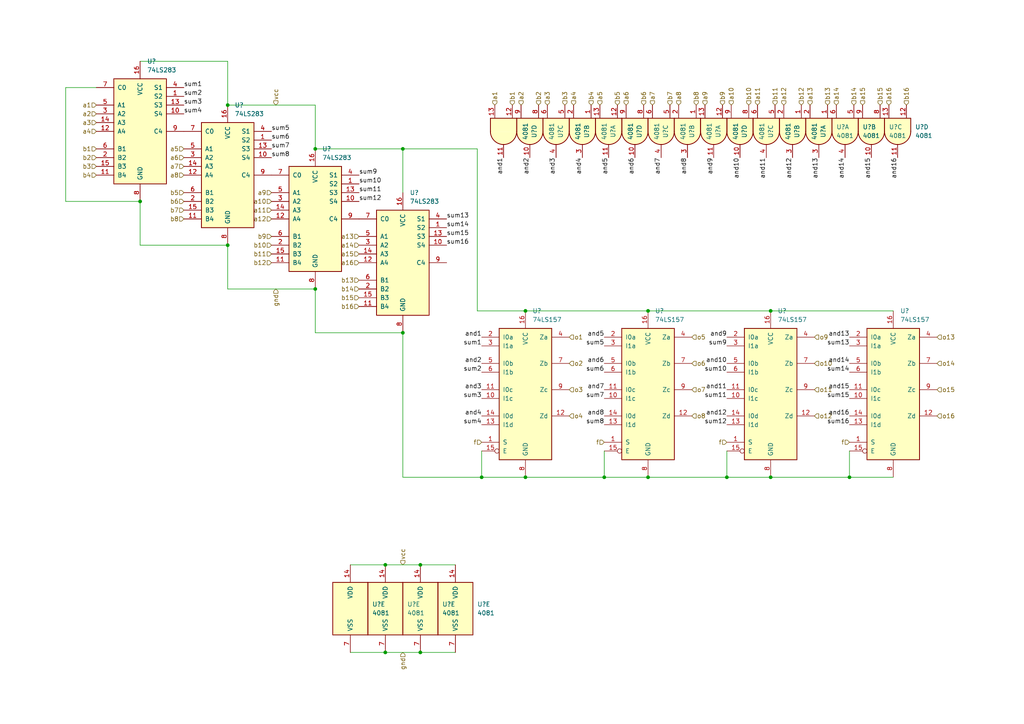
<source format=kicad_sch>
(kicad_sch (version 20211123) (generator eeschema)
  (paper "A4")
  (lib_symbols
    (symbol "4xxx:4081" (pin_names (offset 1.016))
      (property "Reference" "U" (at 0 1.27 0))
      (property "Value" "4081" (at 0 -1.27 0))
      (symbol "4081_1_1"
        (arc (start 0 -3.81) (mid 3.81 0) (end 0 3.81) (stroke (width 0.254)) (fill (type background)))
        (polyline (pts (xy 0 3.81) (xy -3.81 3.81) (xy -3.81 -3.81) (xy 0 -3.81)) (stroke (width 0.254)) (fill (type background)))
        (pin input line (at -7.62 2.54 0) (length 3.81) (name "~") (number "1"))
        (pin input line (at -7.62 -2.54 0) (length 3.81) (name "~") (number "2"))
        (pin output line (at 7.62 0 180) (length 3.81) (name "~") (number "3"))
      )
      (symbol "4081_1_2"
        (arc (start -3.81 -3.81) (mid -2.589 0) (end -3.81 3.81) (stroke (width 0.254)))
        (arc (start -0.6096 -3.81) (mid 2.1855 -2.584) (end 3.81 0) (stroke (width 0.254)) (fill (type background)))
        (polyline (pts (xy -3.81 -3.81) (xy -0.635 -3.81)) (stroke (width 0.254)) (fill (type background)))
        (polyline (pts (xy -3.81 3.81) (xy -0.635 3.81)) (stroke (width 0.254)) (fill (type background)))
        (polyline (pts (xy -0.635 3.81) (xy -3.81 3.81) (xy -3.81 3.81) (xy -3.556 3.4036) (xy -3.0226 2.2606) (xy -2.6924 1.0414) (xy -2.6162 -0.254) (xy -2.7686 -1.4986) (xy -3.175 -2.7178) (xy -3.81 -3.81) (xy -3.81 -3.81) (xy -0.635 -3.81)) (stroke (width -25.4)) (fill (type background)))
        (arc (start 3.81 0) (mid 2.1928 2.5925) (end -0.6096 3.81) (stroke (width 0.254)) (fill (type background)))
        (pin input inverted (at -7.62 2.54 0) (length 4.318) (name "~") (number "1"))
        (pin input inverted (at -7.62 -2.54 0) (length 4.318) (name "~") (number "2"))
        (pin output inverted (at 7.62 0 180) (length 3.81) (name "~") (number "3"))
      )
      (symbol "4081_2_1"
        (arc (start 0 -3.81) (mid 3.81 0) (end 0 3.81) (stroke (width 0.254)) (fill (type background)))
        (polyline (pts (xy 0 3.81) (xy -3.81 3.81) (xy -3.81 -3.81) (xy 0 -3.81)) (stroke (width 0.254)) (fill (type background)))
        (pin output line (at 7.62 0 180) (length 3.81) (name "~") (number "4"))
        (pin input line (at -7.62 2.54 0) (length 3.81) (name "~") (number "5"))
        (pin input line (at -7.62 -2.54 0) (length 3.81) (name "~") (number "6"))
      )
      (symbol "4081_2_2"
        (arc (start -3.81 -3.81) (mid -2.589 0) (end -3.81 3.81) (stroke (width 0.254)))
        (arc (start -0.6096 -3.81) (mid 2.1855 -2.584) (end 3.81 0) (stroke (width 0.254)) (fill (type background)))
        (polyline (pts (xy -3.81 -3.81) (xy -0.635 -3.81)) (stroke (width 0.254)) (fill (type background)))
        (polyline (pts (xy -3.81 3.81) (xy -0.635 3.81)) (stroke (width 0.254)) (fill (type background)))
        (polyline (pts (xy -0.635 3.81) (xy -3.81 3.81) (xy -3.81 3.81) (xy -3.556 3.4036) (xy -3.0226 2.2606) (xy -2.6924 1.0414) (xy -2.6162 -0.254) (xy -2.7686 -1.4986) (xy -3.175 -2.7178) (xy -3.81 -3.81) (xy -3.81 -3.81) (xy -0.635 -3.81)) (stroke (width -25.4)) (fill (type background)))
        (arc (start 3.81 0) (mid 2.1928 2.5925) (end -0.6096 3.81) (stroke (width 0.254)) (fill (type background)))
        (pin output inverted (at 7.62 0 180) (length 3.81) (name "~") (number "4"))
        (pin input inverted (at -7.62 2.54 0) (length 4.318) (name "~") (number "5"))
        (pin input inverted (at -7.62 -2.54 0) (length 4.318) (name "~") (number "6"))
      )
      (symbol "4081_3_1"
        (arc (start 0 -3.81) (mid 3.81 0) (end 0 3.81) (stroke (width 0.254)) (fill (type background)))
        (polyline (pts (xy 0 3.81) (xy -3.81 3.81) (xy -3.81 -3.81) (xy 0 -3.81)) (stroke (width 0.254)) (fill (type background)))
        (pin output line (at 7.62 0 180) (length 3.81) (name "~") (number "10"))
        (pin input line (at -7.62 2.54 0) (length 3.81) (name "~") (number "8"))
        (pin input line (at -7.62 -2.54 0) (length 3.81) (name "~") (number "9"))
      )
      (symbol "4081_3_2"
        (arc (start -3.81 -3.81) (mid -2.589 0) (end -3.81 3.81) (stroke (width 0.254)))
        (arc (start -0.6096 -3.81) (mid 2.1855 -2.584) (end 3.81 0) (stroke (width 0.254)) (fill (type background)))
        (polyline (pts (xy -3.81 -3.81) (xy -0.635 -3.81)) (stroke (width 0.254)) (fill (type background)))
        (polyline (pts (xy -3.81 3.81) (xy -0.635 3.81)) (stroke (width 0.254)) (fill (type background)))
        (polyline (pts (xy -0.635 3.81) (xy -3.81 3.81) (xy -3.81 3.81) (xy -3.556 3.4036) (xy -3.0226 2.2606) (xy -2.6924 1.0414) (xy -2.6162 -0.254) (xy -2.7686 -1.4986) (xy -3.175 -2.7178) (xy -3.81 -3.81) (xy -3.81 -3.81) (xy -0.635 -3.81)) (stroke (width -25.4)) (fill (type background)))
        (arc (start 3.81 0) (mid 2.1928 2.5925) (end -0.6096 3.81) (stroke (width 0.254)) (fill (type background)))
        (pin output inverted (at 7.62 0 180) (length 3.81) (name "~") (number "10"))
        (pin input inverted (at -7.62 2.54 0) (length 4.318) (name "~") (number "8"))
        (pin input inverted (at -7.62 -2.54 0) (length 4.318) (name "~") (number "9"))
      )
      (symbol "4081_4_1"
        (arc (start 0 -3.81) (mid 3.81 0) (end 0 3.81) (stroke (width 0.254)) (fill (type background)))
        (polyline (pts (xy 0 3.81) (xy -3.81 3.81) (xy -3.81 -3.81) (xy 0 -3.81)) (stroke (width 0.254)) (fill (type background)))
        (pin output line (at 7.62 0 180) (length 3.81) (name "~") (number "11"))
        (pin input line (at -7.62 2.54 0) (length 3.81) (name "~") (number "12"))
        (pin input line (at -7.62 -2.54 0) (length 3.81) (name "~") (number "13"))
      )
      (symbol "4081_4_2"
        (arc (start -3.81 -3.81) (mid -2.589 0) (end -3.81 3.81) (stroke (width 0.254)))
        (arc (start -0.6096 -3.81) (mid 2.1855 -2.584) (end 3.81 0) (stroke (width 0.254)) (fill (type background)))
        (polyline (pts (xy -3.81 -3.81) (xy -0.635 -3.81)) (stroke (width 0.254)) (fill (type background)))
        (polyline (pts (xy -3.81 3.81) (xy -0.635 3.81)) (stroke (width 0.254)) (fill (type background)))
        (polyline (pts (xy -0.635 3.81) (xy -3.81 3.81) (xy -3.81 3.81) (xy -3.556 3.4036) (xy -3.0226 2.2606) (xy -2.6924 1.0414) (xy -2.6162 -0.254) (xy -2.7686 -1.4986) (xy -3.175 -2.7178) (xy -3.81 -3.81) (xy -3.81 -3.81) (xy -0.635 -3.81)) (stroke (width -25.4)) (fill (type background)))
        (arc (start 3.81 0) (mid 2.1928 2.5925) (end -0.6096 3.81) (stroke (width 0.254)) (fill (type background)))
        (pin output inverted (at 7.62 0 180) (length 3.81) (name "~") (number "11"))
        (pin input inverted (at -7.62 2.54 0) (length 4.318) (name "~") (number "12"))
        (pin input inverted (at -7.62 -2.54 0) (length 4.318) (name "~") (number "13"))
      )
      (symbol "4081_5_0"
        (pin power_in line (at 0 12.7 270) (length 5.08) (name "VDD") (number "14"))
        (pin power_in line (at 0 -12.7 90) (length 5.08) (name "VSS") (number "7"))
      )
      (symbol "4081_5_1"
        (rectangle (start -5.08 7.62) (end 5.08 -7.62) (stroke (width 0.254)) (fill (type background)))
      )
    )
    (symbol "74xx:74LS157" (pin_names (offset 1.016))
      (property "Reference" "U" (at -7.62 19.05 0))
      (property "Value" "74LS157" (at -7.62 -21.59 0))
      (symbol "74LS157_1_0"
        (pin input line (at -12.7 -15.24 0) (length 5.08) (name "S") (number "1"))
        (pin input line (at -12.7 -2.54 0) (length 5.08) (name "I1c") (number "10"))
        (pin input line (at -12.7 0 0) (length 5.08) (name "I0c") (number "11"))
        (pin output line (at 12.7 -7.62 180) (length 5.08) (name "Zd") (number "12"))
        (pin input line (at -12.7 -10.16 0) (length 5.08) (name "I1d") (number "13"))
        (pin input line (at -12.7 -7.62 0) (length 5.08) (name "I0d") (number "14"))
        (pin input inverted (at -12.7 -17.78 0) (length 5.08) (name "E") (number "15"))
        (pin power_in line (at 0 22.86 270) (length 5.08) (name "VCC") (number "16"))
        (pin input line (at -12.7 15.24 0) (length 5.08) (name "I0a") (number "2"))
        (pin input line (at -12.7 12.7 0) (length 5.08) (name "I1a") (number "3"))
        (pin output line (at 12.7 15.24 180) (length 5.08) (name "Za") (number "4"))
        (pin input line (at -12.7 7.62 0) (length 5.08) (name "I0b") (number "5"))
        (pin input line (at -12.7 5.08 0) (length 5.08) (name "I1b") (number "6"))
        (pin output line (at 12.7 7.62 180) (length 5.08) (name "Zb") (number "7"))
        (pin power_in line (at 0 -25.4 90) (length 5.08) (name "GND") (number "8"))
        (pin output line (at 12.7 0 180) (length 5.08) (name "Zc") (number "9"))
      )
      (symbol "74LS157_1_1"
        (rectangle (start -7.62 17.78) (end 7.62 -20.32) (stroke (width 0.254)) (fill (type background)))
      )
    )
    (symbol "74xx:74LS283" (pin_names (offset 1.016))
      (property "Reference" "U" (at -7.62 16.51 0))
      (property "Value" "74LS283" (at -7.62 -16.51 0))
      (symbol "74LS283_1_0"
        (pin output line (at 12.7 10.16 180) (length 5.08) (name "S2") (number "1"))
        (pin output line (at 12.7 5.08 180) (length 5.08) (name "S4") (number "10"))
        (pin input line (at -12.7 -12.7 0) (length 5.08) (name "B4") (number "11"))
        (pin input line (at -12.7 0 0) (length 5.08) (name "A4") (number "12"))
        (pin output line (at 12.7 7.62 180) (length 5.08) (name "S3") (number "13"))
        (pin input line (at -12.7 2.54 0) (length 5.08) (name "A3") (number "14"))
        (pin input line (at -12.7 -10.16 0) (length 5.08) (name "B3") (number "15"))
        (pin power_in line (at 0 20.32 270) (length 5.08) (name "VCC") (number "16"))
        (pin input line (at -12.7 -7.62 0) (length 5.08) (name "B2") (number "2"))
        (pin input line (at -12.7 5.08 0) (length 5.08) (name "A2") (number "3"))
        (pin output line (at 12.7 12.7 180) (length 5.08) (name "S1") (number "4"))
        (pin input line (at -12.7 7.62 0) (length 5.08) (name "A1") (number "5"))
        (pin input line (at -12.7 -5.08 0) (length 5.08) (name "B1") (number "6"))
        (pin input line (at -12.7 12.7 0) (length 5.08) (name "C0") (number "7"))
        (pin power_in line (at 0 -20.32 90) (length 5.08) (name "GND") (number "8"))
        (pin output line (at 12.7 0 180) (length 5.08) (name "C4") (number "9"))
      )
      (symbol "74LS283_1_1"
        (rectangle (start -7.62 15.24) (end 7.62 -15.24) (stroke (width 0.254)) (fill (type background)))
      )
    )
  )
  (junction (at 246.38 138.43))
  (junction (at 91.44 43.18))
  (junction (at 210.82 138.43))
  (junction (at 187.96 138.43))
  (junction (at 116.84 96.52))
  (junction (at 223.52 138.43))
  (junction (at 175.26 138.43))
  (junction (at 121.92 163.83))
  (junction (at 111.76 163.83))
  (junction (at 139.7 138.43))
  (junction (at 111.76 189.23))
  (junction (at 40.64 58.42))
  (junction (at 152.4 90.17))
  (junction (at 223.52 90.17))
  (junction (at 66.04 30.48))
  (junction (at 66.04 71.12))
  (junction (at 91.44 83.82))
  (junction (at 116.84 43.18))
  (junction (at 152.4 138.43))
  (junction (at 187.96 90.17))
  (junction (at 121.92 189.23))
  (wire (pts (xy 116.84 96.52) (xy 116.84 138.43)))
  (wire (pts (xy 19.05 58.42) (xy 40.64 58.42)))
  (wire (pts (xy 66.04 83.82) (xy 66.04 71.12)))
  (wire (pts (xy 121.92 189.23) (xy 132.08 189.23)))
  (wire (pts (xy 210.82 130.81) (xy 210.82 138.43)))
  (wire (pts (xy 152.4 90.17) (xy 187.96 90.17)))
  (wire (pts (xy 66.04 30.48) (xy 91.44 30.48)))
  (wire (pts (xy 66.04 17.78) (xy 66.04 30.48)))
  (wire (pts (xy 246.38 138.43) (xy 259.08 138.43)))
  (wire (pts (xy 111.76 163.83) (xy 121.92 163.83)))
  (wire (pts (xy 101.6 163.83) (xy 111.76 163.83)))
  (wire (pts (xy 116.84 43.18) (xy 91.44 43.18)))
  (wire (pts (xy 40.64 71.12) (xy 40.64 58.42)))
  (wire (pts (xy 116.84 96.52) (xy 91.44 96.52)))
  (wire (pts (xy 175.26 130.81) (xy 175.26 138.43)))
  (wire (pts (xy 19.05 25.4) (xy 19.05 58.42)))
  (wire (pts (xy 91.44 30.48) (xy 91.44 43.18)))
  (wire (pts (xy 116.84 43.18) (xy 138.43 43.18)))
  (wire (pts (xy 223.52 90.17) (xy 259.08 90.17)))
  (wire (pts (xy 246.38 130.81) (xy 246.38 138.43)))
  (wire (pts (xy 138.43 43.18) (xy 138.43 90.17)))
  (wire (pts (xy 139.7 130.81) (xy 139.7 138.43)))
  (wire (pts (xy 91.44 83.82) (xy 66.04 83.82)))
  (wire (pts (xy 101.6 189.23) (xy 111.76 189.23)))
  (wire (pts (xy 139.7 138.43) (xy 152.4 138.43)))
  (wire (pts (xy 121.92 163.83) (xy 132.08 163.83)))
  (wire (pts (xy 111.76 189.23) (xy 121.92 189.23)))
  (wire (pts (xy 210.82 138.43) (xy 223.52 138.43)))
  (wire (pts (xy 223.52 138.43) (xy 246.38 138.43)))
  (wire (pts (xy 116.84 138.43) (xy 139.7 138.43)))
  (wire (pts (xy 152.4 138.43) (xy 175.26 138.43)))
  (wire (pts (xy 138.43 90.17) (xy 152.4 90.17)))
  (wire (pts (xy 91.44 96.52) (xy 91.44 83.82)))
  (wire (pts (xy 27.94 25.4) (xy 19.05 25.4)))
  (wire (pts (xy 175.26 138.43) (xy 187.96 138.43)))
  (wire (pts (xy 40.64 17.78) (xy 66.04 17.78)))
  (wire (pts (xy 66.04 71.12) (xy 40.64 71.12)))
  (wire (pts (xy 116.84 55.88) (xy 116.84 43.18)))
  (wire (pts (xy 187.96 90.17) (xy 223.52 90.17)))
  (wire (pts (xy 187.96 138.43) (xy 210.82 138.43)))
  (label "and16" (at 246.38 120.65 180))
  (label "sum5" (at 175.26 100.33 180))
  (label "and3" (at 161.29 45.72 270))
  (label "and2" (at 153.67 45.72 270))
  (label "and5" (at 176.53 45.72 270))
  (label "sum12" (at 210.82 123.19 180))
  (label "and11" (at 210.82 113.03 180))
  (label "sum5" (at 78.74 38.1 0))
  (label "sum1" (at 139.7 100.33 180))
  (label "sum4" (at 139.7 123.19 180))
  (label "and16" (at 260.35 45.72 270))
  (label "and10" (at 210.82 105.41 180))
  (label "sum13" (at 129.54 63.5 0))
  (label "sum4" (at 53.34 33.02 0))
  (label "and15" (at 246.38 113.03 180))
  (label "sum7" (at 175.26 115.57 180))
  (label "and9" (at 210.82 97.79 180))
  (label "and15" (at 252.73 45.72 270))
  (label "and6" (at 175.26 105.41 180))
  (label "sum6" (at 78.74 40.64 0))
  (label "sum13" (at 246.38 100.33 180))
  (label "and13" (at 246.38 97.79 180))
  (label "sum14" (at 129.54 66.04 0))
  (label "sum15" (at 129.54 68.58 0))
  (label "and1" (at 146.05 45.72 270))
  (label "and8" (at 199.39 45.72 270))
  (label "and8" (at 175.26 120.65 180))
  (label "sum10" (at 210.82 107.95 180))
  (label "sum16" (at 246.38 123.19 180))
  (label "sum7" (at 78.74 43.18 0))
  (label "and5" (at 175.26 97.79 180))
  (label "and1" (at 139.7 97.79 180))
  (label "and12" (at 210.82 120.65 180))
  (label "and2" (at 139.7 105.41 180))
  (label "and7" (at 175.26 113.03 180))
  (label "sum2" (at 139.7 107.95 180))
  (label "sum12" (at 104.14 58.42 0))
  (label "sum11" (at 104.14 55.88 0))
  (label "sum8" (at 175.26 123.19 180))
  (label "and12" (at 229.87 45.72 270))
  (label "sum14" (at 246.38 107.95 180))
  (label "sum15" (at 246.38 115.57 180))
  (label "and6" (at 184.15 45.72 270))
  (label "sum3" (at 139.7 115.57 180))
  (label "sum9" (at 104.14 50.8 0))
  (label "sum1" (at 53.34 25.4 0))
  (label "and9" (at 207.01 45.72 270))
  (label "sum3" (at 53.34 30.48 0))
  (label "sum8" (at 78.74 45.72 0))
  (label "and4" (at 139.7 120.65 180))
  (label "and10" (at 214.63 45.72 270))
  (label "and14" (at 245.11 45.72 270))
  (label "and3" (at 139.7 113.03 180))
  (label "and4" (at 168.91 45.72 270))
  (label "sum11" (at 210.82 115.57 180))
  (label "and11" (at 222.25 45.72 270))
  (label "sum9" (at 210.82 100.33 180))
  (label "and14" (at 246.38 105.41 180))
  (label "sum2" (at 53.34 27.94 0))
  (label "sum10" (at 104.14 53.34 0))
  (label "and7" (at 191.77 45.72 270))
  (label "sum6" (at 175.26 107.95 180))
  (label "sum16" (at 129.54 71.12 0))
  (label "and13" (at 237.49 45.72 270))
  (hierarchical_label "a13" (shape input) (at 104.14 68.58 180))
  (hierarchical_label "o12" (shape input) (at 236.22 120.65 0))
  (hierarchical_label "b1" (shape input) (at 27.94 43.18 180))
  (hierarchical_label "o11" (shape input) (at 236.22 113.03 0))
  (hierarchical_label "a5" (shape input) (at 173.99 30.48 90))
  (hierarchical_label "a15" (shape input) (at 104.14 73.66 180))
  (hierarchical_label "o8" (shape input) (at 200.66 120.65 0))
  (hierarchical_label "a7" (shape input) (at 53.34 48.26 180))
  (hierarchical_label "o4" (shape input) (at 165.1 120.65 0))
  (hierarchical_label "a7" (shape input) (at 189.23 30.48 90))
  (hierarchical_label "a5" (shape input) (at 53.34 43.18 180))
  (hierarchical_label "b5" (shape input) (at 53.34 55.88 180))
  (hierarchical_label "o10" (shape input) (at 236.22 105.41 0))
  (hierarchical_label "a4" (shape input) (at 166.37 30.48 90))
  (hierarchical_label "vcc" (shape input) (at 80.01 30.48 90))
  (hierarchical_label "f" (shape input) (at 139.7 128.27 180))
  (hierarchical_label "b6" (shape input) (at 186.69 30.48 90))
  (hierarchical_label "f" (shape input) (at 246.38 128.27 180))
  (hierarchical_label "b12" (shape input) (at 232.41 30.48 90))
  (hierarchical_label "f" (shape input) (at 210.82 128.27 180))
  (hierarchical_label "a3" (shape input) (at 27.94 35.56 180))
  (hierarchical_label "a13" (shape input) (at 234.95 30.48 90))
  (hierarchical_label "o6" (shape input) (at 200.66 105.41 0))
  (hierarchical_label "b2" (shape input) (at 156.21 30.48 90))
  (hierarchical_label "a12" (shape input) (at 227.33 30.48 90))
  (hierarchical_label "o16" (shape input) (at 271.78 120.65 0))
  (hierarchical_label "b11" (shape input) (at 78.74 73.66 180))
  (hierarchical_label "b6" (shape input) (at 53.34 58.42 180))
  (hierarchical_label "b7" (shape input) (at 194.31 30.48 90))
  (hierarchical_label "o7" (shape input) (at 200.66 113.03 0))
  (hierarchical_label "b5" (shape input) (at 179.07 30.48 90))
  (hierarchical_label "a6" (shape input) (at 181.61 30.48 90))
  (hierarchical_label "o3" (shape input) (at 165.1 113.03 0))
  (hierarchical_label "b4" (shape input) (at 27.94 50.8 180))
  (hierarchical_label "a8" (shape input) (at 196.85 30.48 90))
  (hierarchical_label "b16" (shape input) (at 262.89 30.48 90))
  (hierarchical_label "a12" (shape input) (at 78.74 63.5 180))
  (hierarchical_label "b4" (shape input) (at 171.45 30.48 90))
  (hierarchical_label "a9" (shape input) (at 204.47 30.48 90))
  (hierarchical_label "a15" (shape input) (at 250.19 30.48 90))
  (hierarchical_label "a11" (shape input) (at 219.71 30.48 90))
  (hierarchical_label "gnd" (shape input) (at 80.01 83.82 270))
  (hierarchical_label "a14" (shape input) (at 104.14 71.12 180))
  (hierarchical_label "a14" (shape input) (at 242.57 30.48 90))
  (hierarchical_label "b13" (shape input) (at 240.03 30.48 90))
  (hierarchical_label "b8" (shape input) (at 53.34 63.5 180))
  (hierarchical_label "a6" (shape input) (at 53.34 45.72 180))
  (hierarchical_label "f" (shape input) (at 175.26 128.27 180))
  (hierarchical_label "o1" (shape input) (at 165.1 97.79 0))
  (hierarchical_label "b15" (shape input) (at 104.14 86.36 180))
  (hierarchical_label "a16" (shape input) (at 257.81 30.48 90))
  (hierarchical_label "a2" (shape input) (at 151.13 30.48 90))
  (hierarchical_label "b15" (shape input) (at 255.27 30.48 90))
  (hierarchical_label "o2" (shape input) (at 165.1 105.41 0))
  (hierarchical_label "b10" (shape input) (at 217.17 30.48 90))
  (hierarchical_label "b7" (shape input) (at 53.34 60.96 180))
  (hierarchical_label "a16" (shape input) (at 104.14 76.2 180))
  (hierarchical_label "a10" (shape input) (at 78.74 58.42 180))
  (hierarchical_label "vcc" (shape input) (at 116.84 163.83 90))
  (hierarchical_label "o15" (shape input) (at 271.78 113.03 0))
  (hierarchical_label "b11" (shape input) (at 224.79 30.48 90))
  (hierarchical_label "b9" (shape input) (at 78.74 68.58 180))
  (hierarchical_label "b10" (shape input) (at 78.74 71.12 180))
  (hierarchical_label "b13" (shape input) (at 104.14 81.28 180))
  (hierarchical_label "a3" (shape input) (at 158.75 30.48 90))
  (hierarchical_label "a9" (shape input) (at 78.74 55.88 180))
  (hierarchical_label "o14" (shape input) (at 271.78 105.41 0))
  (hierarchical_label "o5" (shape input) (at 200.66 97.79 0))
  (hierarchical_label "a10" (shape input) (at 212.09 30.48 90))
  (hierarchical_label "a8" (shape input) (at 53.34 50.8 180))
  (hierarchical_label "o13" (shape input) (at 271.78 97.79 0))
  (hierarchical_label "b16" (shape input) (at 104.14 88.9 180))
  (hierarchical_label "a1" (shape input) (at 27.94 30.48 180))
  (hierarchical_label "a4" (shape input) (at 27.94 38.1 180))
  (hierarchical_label "b9" (shape input) (at 209.55 30.48 90))
  (hierarchical_label "b12" (shape input) (at 78.74 76.2 180))
  (hierarchical_label "gnd" (shape input) (at 116.84 189.23 270))
  (hierarchical_label "o9" (shape input) (at 236.22 97.79 0))
  (hierarchical_label "a2" (shape input) (at 27.94 33.02 180))
  (hierarchical_label "b14" (shape input) (at 247.65 30.48 90))
  (hierarchical_label "b3" (shape input) (at 163.83 30.48 90))
  (hierarchical_label "b1" (shape input) (at 148.59 30.48 90))
  (hierarchical_label "b2" (shape input) (at 27.94 45.72 180))
  (hierarchical_label "b14" (shape input) (at 104.14 83.82 180))
  (hierarchical_label "b8" (shape input) (at 201.93 30.48 90))
  (hierarchical_label "b3" (shape input) (at 27.94 48.26 180))
  (hierarchical_label "a11" (shape input) (at 78.74 60.96 180))
  (hierarchical_label "a1" (shape input) (at 143.51 30.48 90))
  (symbol (lib_id "74xx:74LS283") (at 66.04 50.8 0) (unit 1)
    (property "Reference" "U?" (at 68.0594 30.48 0) (effects (justify left)))
    (property "Value" "74LS283" (at 68.0594 33.02 0) (effects (justify left)))
    (property "Datasheet" "http://www.ti.com/lit/gpn/sn74LS283" (effects hide))
  )
  (symbol (lib_id "4xxx:4081") (at 184.15 38.1 270) (unit 3)
    (property "Reference" "U?" (at 193.04 38.1 0))
    (property "Value" "4081" (at 190.5 38.1 0))
    (property "Datasheet" "http://www.intersil.com/content/dam/Intersil/documents/cd40/cd4073bms-81bms-82bms.pdf" (effects hide))
  )
  (symbol (lib_id "4xxx:4081") (at 199.39 38.1 270) (unit 1)
    (property "Reference" "U?" (at 208.28 38.1 0))
    (property "Value" "4081" (at 205.74 38.1 0))
    (property "Datasheet" "http://www.intersil.com/content/dam/Intersil/documents/cd40/cd4073bms-81bms-82bms.pdf" (effects hide))
  )
  (symbol (lib_id "74xx:74LS283") (at 91.44 63.5 0) (unit 1)
    (property "Reference" "U?" (at 93.4594 43.18 0) (effects (justify left)))
    (property "Value" "74LS283" (at 93.4594 45.72 0) (effects (justify left)))
    (property "Datasheet" "http://www.ti.com/lit/gpn/sn74LS283" (effects hide))
  )
  (symbol (lib_id "4xxx:4081") (at 222.25 38.1 270) (unit 2)
    (property "Reference" "U?" (at 231.14 38.1 0))
    (property "Value" "4081" (at 228.6 38.1 0))
    (property "Datasheet" "http://www.intersil.com/content/dam/Intersil/documents/cd40/cd4073bms-81bms-82bms.pdf" (effects hide))
  )
  (symbol (lib_id "4xxx:4081") (at 260.35 38.1 270) (unit 4)
    (property "Reference" "U?" (at 265.43 36.8299 90) (effects (justify left)))
    (property "Value" "4081" (at 265.43 39.3699 90) (effects (justify left)))
    (property "Datasheet" "http://www.intersil.com/content/dam/Intersil/documents/cd40/cd4073bms-81bms-82bms.pdf" (effects hide))
  )
  (symbol (lib_id "74xx:74LS283") (at 40.64 38.1 0) (unit 1)
    (property "Reference" "U?" (at 42.6594 17.78 0) (effects (justify left)))
    (property "Value" "74LS283" (at 42.6594 20.32 0) (effects (justify left)))
    (property "Datasheet" "http://www.ti.com/lit/gpn/sn74LS283" (effects hide))
  )
  (symbol (lib_id "4xxx:4081") (at 229.87 38.1 270) (unit 1)
    (property "Reference" "U?" (at 238.76 38.1 0))
    (property "Value" "4081" (at 236.22 38.1 0))
    (property "Datasheet" "http://www.intersil.com/content/dam/Intersil/documents/cd40/cd4073bms-81bms-82bms.pdf" (effects hide))
  )
  (symbol (lib_id "74xx:74LS283") (at 116.84 76.2 0) (unit 1)
    (property "Reference" "U?" (at 118.8594 55.88 0) (effects (justify left)))
    (property "Value" "74LS283" (at 118.8594 58.42 0) (effects (justify left)))
    (property "Datasheet" "http://www.ti.com/lit/gpn/sn74LS283" (effects hide))
  )
  (symbol (lib_id "4xxx:4081") (at 168.91 38.1 270) (unit 1)
    (property "Reference" "U?" (at 177.8 38.1 0))
    (property "Value" "4081" (at 175.26 38.1 0))
    (property "Datasheet" "http://www.intersil.com/content/dam/Intersil/documents/cd40/cd4073bms-81bms-82bms.pdf" (effects hide))
  )
  (symbol (lib_id "4xxx:4081") (at 207.01 38.1 270) (unit 4)
    (property "Reference" "U?" (at 215.9 38.1 0))
    (property "Value" "4081" (at 213.36 38.1 0))
    (property "Datasheet" "http://www.intersil.com/content/dam/Intersil/documents/cd40/cd4073bms-81bms-82bms.pdf" (effects hide))
  )
  (symbol (lib_id "74xx:74LS157") (at 223.52 113.03 0) (unit 1)
    (property "Reference" "U?" (at 225.5394 90.17 0) (effects (justify left)))
    (property "Value" "74LS157" (at 225.5394 92.71 0) (effects (justify left)))
    (property "Datasheet" "http://www.ti.com/lit/gpn/sn74LS157" (effects hide))
  )
  (symbol (lib_id "74xx:74LS157") (at 187.96 113.03 0) (unit 1)
    (property "Reference" "U?" (at 189.9794 90.17 0) (effects (justify left)))
    (property "Value" "74LS157" (at 189.9794 92.71 0) (effects (justify left)))
    (property "Datasheet" "http://www.ti.com/lit/gpn/sn74LS157" (effects hide))
  )
  (symbol (lib_id "4xxx:4081") (at 153.67 38.1 270) (unit 3)
    (property "Reference" "U?" (at 162.56 38.1 0))
    (property "Value" "4081" (at 160.02 38.1 0))
    (property "Datasheet" "http://www.intersil.com/content/dam/Intersil/documents/cd40/cd4073bms-81bms-82bms.pdf" (effects hide))
  )
  (symbol (lib_id "4xxx:4081") (at 132.08 176.53 0) (unit 5)
    (property "Reference" "U?" (at 138.43 175.2599 0) (effects (justify left)))
    (property "Value" "4081" (at 138.43 177.7999 0) (effects (justify left)))
    (property "Datasheet" "http://www.intersil.com/content/dam/Intersil/documents/cd40/cd4073bms-81bms-82bms.pdf" (effects hide))
  )
  (symbol (lib_id "4xxx:4081") (at 111.76 176.53 0) (unit 5)
    (property "Reference" "U?" (at 118.11 175.2599 0) (effects (justify left)))
    (property "Value" "4081" (at 118.11 177.7999 0) (effects (justify left)))
    (property "Datasheet" "http://www.intersil.com/content/dam/Intersil/documents/cd40/cd4073bms-81bms-82bms.pdf" (effects hide))
  )
  (symbol (lib_id "4xxx:4081") (at 176.53 38.1 270) (unit 4)
    (property "Reference" "U?" (at 185.42 38.1 0))
    (property "Value" "4081" (at 182.88 38.1 0))
    (property "Datasheet" "http://www.intersil.com/content/dam/Intersil/documents/cd40/cd4073bms-81bms-82bms.pdf" (effects hide))
  )
  (symbol (lib_id "4xxx:4081") (at 245.11 38.1 270) (unit 2)
    (property "Reference" "U?" (at 250.19 36.8299 90) (effects (justify left)))
    (property "Value" "4081" (at 250.19 39.3699 90) (effects (justify left)))
    (property "Datasheet" "http://www.intersil.com/content/dam/Intersil/documents/cd40/cd4073bms-81bms-82bms.pdf" (effects hide))
  )
  (symbol (lib_id "4xxx:4081") (at 121.92 176.53 0) (unit 5)
    (property "Reference" "U?" (at 128.27 175.2599 0) (effects (justify left)))
    (property "Value" "4081" (at 128.27 177.7999 0) (effects (justify left)))
    (property "Datasheet" "http://www.intersil.com/content/dam/Intersil/documents/cd40/cd4073bms-81bms-82bms.pdf" (effects hide))
  )
  (symbol (lib_id "4xxx:4081") (at 214.63 38.1 270) (unit 3)
    (property "Reference" "U?" (at 223.52 38.1 0))
    (property "Value" "4081" (at 220.98 38.1 0))
    (property "Datasheet" "http://www.intersil.com/content/dam/Intersil/documents/cd40/cd4073bms-81bms-82bms.pdf" (effects hide))
  )
  (symbol (lib_id "4xxx:4081") (at 252.73 38.1 270) (unit 3)
    (property "Reference" "U?" (at 257.81 36.8299 90) (effects (justify left)))
    (property "Value" "4081" (at 257.81 39.3699 90) (effects (justify left)))
    (property "Datasheet" "http://www.intersil.com/content/dam/Intersil/documents/cd40/cd4073bms-81bms-82bms.pdf" (effects hide))
  )
  (symbol (lib_id "4xxx:4081") (at 101.6 176.53 0) (unit 5)
    (property "Reference" "U?" (at 107.95 175.2599 0) (effects (justify left)))
    (property "Value" "4081" (at 107.95 177.7999 0) (effects (justify left)))
    (property "Datasheet" "http://www.intersil.com/content/dam/Intersil/documents/cd40/cd4073bms-81bms-82bms.pdf" (effects hide))
  )
  (symbol (lib_id "4xxx:4081") (at 146.05 38.1 270) (unit 4)
    (property "Reference" "U?" (at 154.94 38.1 0))
    (property "Value" "4081" (at 152.4 38.1 0))
    (property "Datasheet" "http://www.intersil.com/content/dam/Intersil/documents/cd40/cd4073bms-81bms-82bms.pdf" (effects hide))
  )
  (symbol (lib_id "74xx:74LS157") (at 259.08 113.03 0) (unit 1)
    (property "Reference" "U?" (at 261.0994 90.17 0) (effects (justify left)))
    (property "Value" "74LS157" (at 261.0994 92.71 0) (effects (justify left)))
    (property "Datasheet" "http://www.ti.com/lit/gpn/sn74LS157" (effects hide))
  )
  (symbol (lib_id "74xx:74LS157") (at 152.4 113.03 0) (unit 1)
    (property "Reference" "U?" (at 154.4194 90.17 0) (effects (justify left)))
    (property "Value" "74LS157" (at 154.4194 92.71 0) (effects (justify left)))
    (property "Datasheet" "http://www.ti.com/lit/gpn/sn74LS157" (effects hide))
  )
  (symbol (lib_id "4xxx:4081") (at 191.77 38.1 270) (unit 2)
    (property "Reference" "U?" (at 200.66 38.1 0))
    (property "Value" "4081" (at 198.12 38.1 0))
    (property "Datasheet" "http://www.intersil.com/content/dam/Intersil/documents/cd40/cd4073bms-81bms-82bms.pdf" (effects hide))
  )
  (symbol (lib_id "4xxx:4081") (at 237.49 38.1 270) (unit 1)
    (property "Reference" "U?" (at 242.57 36.8299 90) (effects (justify left)))
    (property "Value" "4081" (at 242.57 39.3699 90) (effects (justify left)))
    (property "Datasheet" "http://www.intersil.com/content/dam/Intersil/documents/cd40/cd4073bms-81bms-82bms.pdf" (effects hide))
  )
  (symbol (lib_id "4xxx:4081") (at 161.29 38.1 270) (unit 2)
    (property "Reference" "U?" (at 170.18 38.1 0))
    (property "Value" "4081" (at 167.64 38.1 0))
    (property "Datasheet" "http://www.intersil.com/content/dam/Intersil/documents/cd40/cd4073bms-81bms-82bms.pdf" (effects hide))
  )
)
</source>
